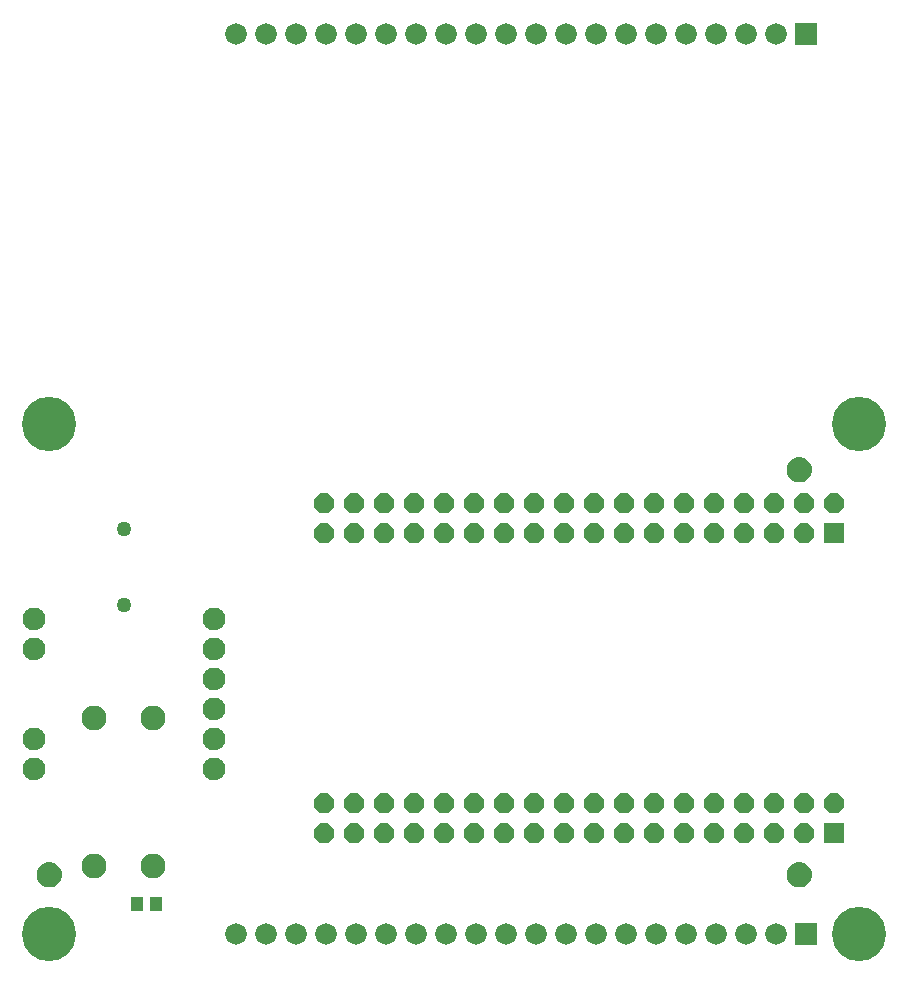
<source format=gbr>
G04 EAGLE Gerber RS-274X export*
G75*
%MOMM*%
%FSLAX34Y34*%
%LPD*%
%INSoldermask Top*%
%IPPOS*%
%AMOC8*
5,1,8,0,0,1.08239X$1,22.5*%
G01*
%ADD10R,1.676400X1.676400*%
%ADD11P,1.814519X8X202.500000*%
%ADD12C,1.272400*%
%ADD13C,2.112400*%
%ADD14R,1.102359X1.183641*%
%ADD15C,4.597400*%
%ADD16C,0.609600*%
%ADD17C,1.168400*%
%ADD18R,1.828800X1.828800*%
%ADD19C,1.828800*%
%ADD20C,1.930400*%


D10*
X702900Y124200D03*
D11*
X702900Y149600D03*
X677500Y124200D03*
X677500Y149600D03*
X652100Y124200D03*
X652100Y149600D03*
X626700Y124200D03*
X626700Y149600D03*
X601300Y124200D03*
X601300Y149600D03*
X575900Y124200D03*
X575900Y149600D03*
X550500Y124200D03*
X550500Y149600D03*
X525100Y124200D03*
X525100Y149600D03*
X499700Y124200D03*
X499700Y149600D03*
X474300Y124200D03*
X474300Y149600D03*
X448900Y124200D03*
X448900Y149600D03*
X423500Y124200D03*
X423500Y149600D03*
X398100Y124200D03*
X398100Y149600D03*
X372700Y124200D03*
X372700Y149600D03*
X347300Y124200D03*
X347300Y149600D03*
X321900Y124200D03*
X321900Y149600D03*
X296500Y124200D03*
X296500Y149600D03*
X271100Y124200D03*
X271100Y149600D03*
D10*
X702900Y378200D03*
D11*
X702900Y403600D03*
X677500Y378200D03*
X677500Y403600D03*
X652100Y378200D03*
X652100Y403600D03*
X626700Y378200D03*
X626700Y403600D03*
X601300Y378200D03*
X601300Y403600D03*
X575900Y378200D03*
X575900Y403600D03*
X550500Y378200D03*
X550500Y403600D03*
X525100Y378200D03*
X525100Y403600D03*
X499700Y378200D03*
X499700Y403600D03*
X474300Y378200D03*
X474300Y403600D03*
X448900Y378200D03*
X448900Y403600D03*
X423500Y378200D03*
X423500Y403600D03*
X398100Y378200D03*
X398100Y403600D03*
X372700Y378200D03*
X372700Y403600D03*
X347300Y378200D03*
X347300Y403600D03*
X321900Y378200D03*
X321900Y403600D03*
X296500Y378200D03*
X296500Y403600D03*
X271100Y378200D03*
X271100Y403600D03*
D12*
X101600Y381750D03*
X101600Y316750D03*
D13*
X126600Y96250D03*
X76600Y96250D03*
X76600Y221250D03*
X126600Y221250D03*
D14*
X128651Y63500D03*
X112649Y63500D03*
D15*
X38100Y469900D03*
X723900Y469900D03*
X723900Y38100D03*
X38100Y38100D03*
D16*
X665480Y431800D02*
X665482Y431987D01*
X665489Y432174D01*
X665501Y432361D01*
X665517Y432547D01*
X665537Y432733D01*
X665562Y432918D01*
X665592Y433103D01*
X665626Y433287D01*
X665665Y433470D01*
X665708Y433652D01*
X665756Y433832D01*
X665808Y434012D01*
X665865Y434190D01*
X665925Y434367D01*
X665991Y434542D01*
X666060Y434716D01*
X666134Y434888D01*
X666212Y435058D01*
X666294Y435226D01*
X666380Y435392D01*
X666470Y435556D01*
X666564Y435717D01*
X666662Y435877D01*
X666764Y436033D01*
X666870Y436188D01*
X666980Y436339D01*
X667093Y436488D01*
X667210Y436634D01*
X667330Y436777D01*
X667454Y436917D01*
X667581Y437054D01*
X667712Y437188D01*
X667846Y437319D01*
X667983Y437446D01*
X668123Y437570D01*
X668266Y437690D01*
X668412Y437807D01*
X668561Y437920D01*
X668712Y438030D01*
X668867Y438136D01*
X669023Y438238D01*
X669183Y438336D01*
X669344Y438430D01*
X669508Y438520D01*
X669674Y438606D01*
X669842Y438688D01*
X670012Y438766D01*
X670184Y438840D01*
X670358Y438909D01*
X670533Y438975D01*
X670710Y439035D01*
X670888Y439092D01*
X671068Y439144D01*
X671248Y439192D01*
X671430Y439235D01*
X671613Y439274D01*
X671797Y439308D01*
X671982Y439338D01*
X672167Y439363D01*
X672353Y439383D01*
X672539Y439399D01*
X672726Y439411D01*
X672913Y439418D01*
X673100Y439420D01*
X673287Y439418D01*
X673474Y439411D01*
X673661Y439399D01*
X673847Y439383D01*
X674033Y439363D01*
X674218Y439338D01*
X674403Y439308D01*
X674587Y439274D01*
X674770Y439235D01*
X674952Y439192D01*
X675132Y439144D01*
X675312Y439092D01*
X675490Y439035D01*
X675667Y438975D01*
X675842Y438909D01*
X676016Y438840D01*
X676188Y438766D01*
X676358Y438688D01*
X676526Y438606D01*
X676692Y438520D01*
X676856Y438430D01*
X677017Y438336D01*
X677177Y438238D01*
X677333Y438136D01*
X677488Y438030D01*
X677639Y437920D01*
X677788Y437807D01*
X677934Y437690D01*
X678077Y437570D01*
X678217Y437446D01*
X678354Y437319D01*
X678488Y437188D01*
X678619Y437054D01*
X678746Y436917D01*
X678870Y436777D01*
X678990Y436634D01*
X679107Y436488D01*
X679220Y436339D01*
X679330Y436188D01*
X679436Y436033D01*
X679538Y435877D01*
X679636Y435717D01*
X679730Y435556D01*
X679820Y435392D01*
X679906Y435226D01*
X679988Y435058D01*
X680066Y434888D01*
X680140Y434716D01*
X680209Y434542D01*
X680275Y434367D01*
X680335Y434190D01*
X680392Y434012D01*
X680444Y433832D01*
X680492Y433652D01*
X680535Y433470D01*
X680574Y433287D01*
X680608Y433103D01*
X680638Y432918D01*
X680663Y432733D01*
X680683Y432547D01*
X680699Y432361D01*
X680711Y432174D01*
X680718Y431987D01*
X680720Y431800D01*
X680718Y431613D01*
X680711Y431426D01*
X680699Y431239D01*
X680683Y431053D01*
X680663Y430867D01*
X680638Y430682D01*
X680608Y430497D01*
X680574Y430313D01*
X680535Y430130D01*
X680492Y429948D01*
X680444Y429768D01*
X680392Y429588D01*
X680335Y429410D01*
X680275Y429233D01*
X680209Y429058D01*
X680140Y428884D01*
X680066Y428712D01*
X679988Y428542D01*
X679906Y428374D01*
X679820Y428208D01*
X679730Y428044D01*
X679636Y427883D01*
X679538Y427723D01*
X679436Y427567D01*
X679330Y427412D01*
X679220Y427261D01*
X679107Y427112D01*
X678990Y426966D01*
X678870Y426823D01*
X678746Y426683D01*
X678619Y426546D01*
X678488Y426412D01*
X678354Y426281D01*
X678217Y426154D01*
X678077Y426030D01*
X677934Y425910D01*
X677788Y425793D01*
X677639Y425680D01*
X677488Y425570D01*
X677333Y425464D01*
X677177Y425362D01*
X677017Y425264D01*
X676856Y425170D01*
X676692Y425080D01*
X676526Y424994D01*
X676358Y424912D01*
X676188Y424834D01*
X676016Y424760D01*
X675842Y424691D01*
X675667Y424625D01*
X675490Y424565D01*
X675312Y424508D01*
X675132Y424456D01*
X674952Y424408D01*
X674770Y424365D01*
X674587Y424326D01*
X674403Y424292D01*
X674218Y424262D01*
X674033Y424237D01*
X673847Y424217D01*
X673661Y424201D01*
X673474Y424189D01*
X673287Y424182D01*
X673100Y424180D01*
X672913Y424182D01*
X672726Y424189D01*
X672539Y424201D01*
X672353Y424217D01*
X672167Y424237D01*
X671982Y424262D01*
X671797Y424292D01*
X671613Y424326D01*
X671430Y424365D01*
X671248Y424408D01*
X671068Y424456D01*
X670888Y424508D01*
X670710Y424565D01*
X670533Y424625D01*
X670358Y424691D01*
X670184Y424760D01*
X670012Y424834D01*
X669842Y424912D01*
X669674Y424994D01*
X669508Y425080D01*
X669344Y425170D01*
X669183Y425264D01*
X669023Y425362D01*
X668867Y425464D01*
X668712Y425570D01*
X668561Y425680D01*
X668412Y425793D01*
X668266Y425910D01*
X668123Y426030D01*
X667983Y426154D01*
X667846Y426281D01*
X667712Y426412D01*
X667581Y426546D01*
X667454Y426683D01*
X667330Y426823D01*
X667210Y426966D01*
X667093Y427112D01*
X666980Y427261D01*
X666870Y427412D01*
X666764Y427567D01*
X666662Y427723D01*
X666564Y427883D01*
X666470Y428044D01*
X666380Y428208D01*
X666294Y428374D01*
X666212Y428542D01*
X666134Y428712D01*
X666060Y428884D01*
X665991Y429058D01*
X665925Y429233D01*
X665865Y429410D01*
X665808Y429588D01*
X665756Y429768D01*
X665708Y429948D01*
X665665Y430130D01*
X665626Y430313D01*
X665592Y430497D01*
X665562Y430682D01*
X665537Y430867D01*
X665517Y431053D01*
X665501Y431239D01*
X665489Y431426D01*
X665482Y431613D01*
X665480Y431800D01*
D17*
X673100Y431800D03*
D16*
X665480Y88900D02*
X665482Y89087D01*
X665489Y89274D01*
X665501Y89461D01*
X665517Y89647D01*
X665537Y89833D01*
X665562Y90018D01*
X665592Y90203D01*
X665626Y90387D01*
X665665Y90570D01*
X665708Y90752D01*
X665756Y90932D01*
X665808Y91112D01*
X665865Y91290D01*
X665925Y91467D01*
X665991Y91642D01*
X666060Y91816D01*
X666134Y91988D01*
X666212Y92158D01*
X666294Y92326D01*
X666380Y92492D01*
X666470Y92656D01*
X666564Y92817D01*
X666662Y92977D01*
X666764Y93133D01*
X666870Y93288D01*
X666980Y93439D01*
X667093Y93588D01*
X667210Y93734D01*
X667330Y93877D01*
X667454Y94017D01*
X667581Y94154D01*
X667712Y94288D01*
X667846Y94419D01*
X667983Y94546D01*
X668123Y94670D01*
X668266Y94790D01*
X668412Y94907D01*
X668561Y95020D01*
X668712Y95130D01*
X668867Y95236D01*
X669023Y95338D01*
X669183Y95436D01*
X669344Y95530D01*
X669508Y95620D01*
X669674Y95706D01*
X669842Y95788D01*
X670012Y95866D01*
X670184Y95940D01*
X670358Y96009D01*
X670533Y96075D01*
X670710Y96135D01*
X670888Y96192D01*
X671068Y96244D01*
X671248Y96292D01*
X671430Y96335D01*
X671613Y96374D01*
X671797Y96408D01*
X671982Y96438D01*
X672167Y96463D01*
X672353Y96483D01*
X672539Y96499D01*
X672726Y96511D01*
X672913Y96518D01*
X673100Y96520D01*
X673287Y96518D01*
X673474Y96511D01*
X673661Y96499D01*
X673847Y96483D01*
X674033Y96463D01*
X674218Y96438D01*
X674403Y96408D01*
X674587Y96374D01*
X674770Y96335D01*
X674952Y96292D01*
X675132Y96244D01*
X675312Y96192D01*
X675490Y96135D01*
X675667Y96075D01*
X675842Y96009D01*
X676016Y95940D01*
X676188Y95866D01*
X676358Y95788D01*
X676526Y95706D01*
X676692Y95620D01*
X676856Y95530D01*
X677017Y95436D01*
X677177Y95338D01*
X677333Y95236D01*
X677488Y95130D01*
X677639Y95020D01*
X677788Y94907D01*
X677934Y94790D01*
X678077Y94670D01*
X678217Y94546D01*
X678354Y94419D01*
X678488Y94288D01*
X678619Y94154D01*
X678746Y94017D01*
X678870Y93877D01*
X678990Y93734D01*
X679107Y93588D01*
X679220Y93439D01*
X679330Y93288D01*
X679436Y93133D01*
X679538Y92977D01*
X679636Y92817D01*
X679730Y92656D01*
X679820Y92492D01*
X679906Y92326D01*
X679988Y92158D01*
X680066Y91988D01*
X680140Y91816D01*
X680209Y91642D01*
X680275Y91467D01*
X680335Y91290D01*
X680392Y91112D01*
X680444Y90932D01*
X680492Y90752D01*
X680535Y90570D01*
X680574Y90387D01*
X680608Y90203D01*
X680638Y90018D01*
X680663Y89833D01*
X680683Y89647D01*
X680699Y89461D01*
X680711Y89274D01*
X680718Y89087D01*
X680720Y88900D01*
X680718Y88713D01*
X680711Y88526D01*
X680699Y88339D01*
X680683Y88153D01*
X680663Y87967D01*
X680638Y87782D01*
X680608Y87597D01*
X680574Y87413D01*
X680535Y87230D01*
X680492Y87048D01*
X680444Y86868D01*
X680392Y86688D01*
X680335Y86510D01*
X680275Y86333D01*
X680209Y86158D01*
X680140Y85984D01*
X680066Y85812D01*
X679988Y85642D01*
X679906Y85474D01*
X679820Y85308D01*
X679730Y85144D01*
X679636Y84983D01*
X679538Y84823D01*
X679436Y84667D01*
X679330Y84512D01*
X679220Y84361D01*
X679107Y84212D01*
X678990Y84066D01*
X678870Y83923D01*
X678746Y83783D01*
X678619Y83646D01*
X678488Y83512D01*
X678354Y83381D01*
X678217Y83254D01*
X678077Y83130D01*
X677934Y83010D01*
X677788Y82893D01*
X677639Y82780D01*
X677488Y82670D01*
X677333Y82564D01*
X677177Y82462D01*
X677017Y82364D01*
X676856Y82270D01*
X676692Y82180D01*
X676526Y82094D01*
X676358Y82012D01*
X676188Y81934D01*
X676016Y81860D01*
X675842Y81791D01*
X675667Y81725D01*
X675490Y81665D01*
X675312Y81608D01*
X675132Y81556D01*
X674952Y81508D01*
X674770Y81465D01*
X674587Y81426D01*
X674403Y81392D01*
X674218Y81362D01*
X674033Y81337D01*
X673847Y81317D01*
X673661Y81301D01*
X673474Y81289D01*
X673287Y81282D01*
X673100Y81280D01*
X672913Y81282D01*
X672726Y81289D01*
X672539Y81301D01*
X672353Y81317D01*
X672167Y81337D01*
X671982Y81362D01*
X671797Y81392D01*
X671613Y81426D01*
X671430Y81465D01*
X671248Y81508D01*
X671068Y81556D01*
X670888Y81608D01*
X670710Y81665D01*
X670533Y81725D01*
X670358Y81791D01*
X670184Y81860D01*
X670012Y81934D01*
X669842Y82012D01*
X669674Y82094D01*
X669508Y82180D01*
X669344Y82270D01*
X669183Y82364D01*
X669023Y82462D01*
X668867Y82564D01*
X668712Y82670D01*
X668561Y82780D01*
X668412Y82893D01*
X668266Y83010D01*
X668123Y83130D01*
X667983Y83254D01*
X667846Y83381D01*
X667712Y83512D01*
X667581Y83646D01*
X667454Y83783D01*
X667330Y83923D01*
X667210Y84066D01*
X667093Y84212D01*
X666980Y84361D01*
X666870Y84512D01*
X666764Y84667D01*
X666662Y84823D01*
X666564Y84983D01*
X666470Y85144D01*
X666380Y85308D01*
X666294Y85474D01*
X666212Y85642D01*
X666134Y85812D01*
X666060Y85984D01*
X665991Y86158D01*
X665925Y86333D01*
X665865Y86510D01*
X665808Y86688D01*
X665756Y86868D01*
X665708Y87048D01*
X665665Y87230D01*
X665626Y87413D01*
X665592Y87597D01*
X665562Y87782D01*
X665537Y87967D01*
X665517Y88153D01*
X665501Y88339D01*
X665489Y88526D01*
X665482Y88713D01*
X665480Y88900D01*
D17*
X673100Y88900D03*
D16*
X30480Y88900D02*
X30482Y89087D01*
X30489Y89274D01*
X30501Y89461D01*
X30517Y89647D01*
X30537Y89833D01*
X30562Y90018D01*
X30592Y90203D01*
X30626Y90387D01*
X30665Y90570D01*
X30708Y90752D01*
X30756Y90932D01*
X30808Y91112D01*
X30865Y91290D01*
X30925Y91467D01*
X30991Y91642D01*
X31060Y91816D01*
X31134Y91988D01*
X31212Y92158D01*
X31294Y92326D01*
X31380Y92492D01*
X31470Y92656D01*
X31564Y92817D01*
X31662Y92977D01*
X31764Y93133D01*
X31870Y93288D01*
X31980Y93439D01*
X32093Y93588D01*
X32210Y93734D01*
X32330Y93877D01*
X32454Y94017D01*
X32581Y94154D01*
X32712Y94288D01*
X32846Y94419D01*
X32983Y94546D01*
X33123Y94670D01*
X33266Y94790D01*
X33412Y94907D01*
X33561Y95020D01*
X33712Y95130D01*
X33867Y95236D01*
X34023Y95338D01*
X34183Y95436D01*
X34344Y95530D01*
X34508Y95620D01*
X34674Y95706D01*
X34842Y95788D01*
X35012Y95866D01*
X35184Y95940D01*
X35358Y96009D01*
X35533Y96075D01*
X35710Y96135D01*
X35888Y96192D01*
X36068Y96244D01*
X36248Y96292D01*
X36430Y96335D01*
X36613Y96374D01*
X36797Y96408D01*
X36982Y96438D01*
X37167Y96463D01*
X37353Y96483D01*
X37539Y96499D01*
X37726Y96511D01*
X37913Y96518D01*
X38100Y96520D01*
X38287Y96518D01*
X38474Y96511D01*
X38661Y96499D01*
X38847Y96483D01*
X39033Y96463D01*
X39218Y96438D01*
X39403Y96408D01*
X39587Y96374D01*
X39770Y96335D01*
X39952Y96292D01*
X40132Y96244D01*
X40312Y96192D01*
X40490Y96135D01*
X40667Y96075D01*
X40842Y96009D01*
X41016Y95940D01*
X41188Y95866D01*
X41358Y95788D01*
X41526Y95706D01*
X41692Y95620D01*
X41856Y95530D01*
X42017Y95436D01*
X42177Y95338D01*
X42333Y95236D01*
X42488Y95130D01*
X42639Y95020D01*
X42788Y94907D01*
X42934Y94790D01*
X43077Y94670D01*
X43217Y94546D01*
X43354Y94419D01*
X43488Y94288D01*
X43619Y94154D01*
X43746Y94017D01*
X43870Y93877D01*
X43990Y93734D01*
X44107Y93588D01*
X44220Y93439D01*
X44330Y93288D01*
X44436Y93133D01*
X44538Y92977D01*
X44636Y92817D01*
X44730Y92656D01*
X44820Y92492D01*
X44906Y92326D01*
X44988Y92158D01*
X45066Y91988D01*
X45140Y91816D01*
X45209Y91642D01*
X45275Y91467D01*
X45335Y91290D01*
X45392Y91112D01*
X45444Y90932D01*
X45492Y90752D01*
X45535Y90570D01*
X45574Y90387D01*
X45608Y90203D01*
X45638Y90018D01*
X45663Y89833D01*
X45683Y89647D01*
X45699Y89461D01*
X45711Y89274D01*
X45718Y89087D01*
X45720Y88900D01*
X45718Y88713D01*
X45711Y88526D01*
X45699Y88339D01*
X45683Y88153D01*
X45663Y87967D01*
X45638Y87782D01*
X45608Y87597D01*
X45574Y87413D01*
X45535Y87230D01*
X45492Y87048D01*
X45444Y86868D01*
X45392Y86688D01*
X45335Y86510D01*
X45275Y86333D01*
X45209Y86158D01*
X45140Y85984D01*
X45066Y85812D01*
X44988Y85642D01*
X44906Y85474D01*
X44820Y85308D01*
X44730Y85144D01*
X44636Y84983D01*
X44538Y84823D01*
X44436Y84667D01*
X44330Y84512D01*
X44220Y84361D01*
X44107Y84212D01*
X43990Y84066D01*
X43870Y83923D01*
X43746Y83783D01*
X43619Y83646D01*
X43488Y83512D01*
X43354Y83381D01*
X43217Y83254D01*
X43077Y83130D01*
X42934Y83010D01*
X42788Y82893D01*
X42639Y82780D01*
X42488Y82670D01*
X42333Y82564D01*
X42177Y82462D01*
X42017Y82364D01*
X41856Y82270D01*
X41692Y82180D01*
X41526Y82094D01*
X41358Y82012D01*
X41188Y81934D01*
X41016Y81860D01*
X40842Y81791D01*
X40667Y81725D01*
X40490Y81665D01*
X40312Y81608D01*
X40132Y81556D01*
X39952Y81508D01*
X39770Y81465D01*
X39587Y81426D01*
X39403Y81392D01*
X39218Y81362D01*
X39033Y81337D01*
X38847Y81317D01*
X38661Y81301D01*
X38474Y81289D01*
X38287Y81282D01*
X38100Y81280D01*
X37913Y81282D01*
X37726Y81289D01*
X37539Y81301D01*
X37353Y81317D01*
X37167Y81337D01*
X36982Y81362D01*
X36797Y81392D01*
X36613Y81426D01*
X36430Y81465D01*
X36248Y81508D01*
X36068Y81556D01*
X35888Y81608D01*
X35710Y81665D01*
X35533Y81725D01*
X35358Y81791D01*
X35184Y81860D01*
X35012Y81934D01*
X34842Y82012D01*
X34674Y82094D01*
X34508Y82180D01*
X34344Y82270D01*
X34183Y82364D01*
X34023Y82462D01*
X33867Y82564D01*
X33712Y82670D01*
X33561Y82780D01*
X33412Y82893D01*
X33266Y83010D01*
X33123Y83130D01*
X32983Y83254D01*
X32846Y83381D01*
X32712Y83512D01*
X32581Y83646D01*
X32454Y83783D01*
X32330Y83923D01*
X32210Y84066D01*
X32093Y84212D01*
X31980Y84361D01*
X31870Y84512D01*
X31764Y84667D01*
X31662Y84823D01*
X31564Y84983D01*
X31470Y85144D01*
X31380Y85308D01*
X31294Y85474D01*
X31212Y85642D01*
X31134Y85812D01*
X31060Y85984D01*
X30991Y86158D01*
X30925Y86333D01*
X30865Y86510D01*
X30808Y86688D01*
X30756Y86868D01*
X30708Y87048D01*
X30665Y87230D01*
X30626Y87413D01*
X30592Y87597D01*
X30562Y87782D01*
X30537Y87967D01*
X30517Y88153D01*
X30501Y88339D01*
X30489Y88526D01*
X30482Y88713D01*
X30480Y88900D01*
D17*
X38100Y88900D03*
D18*
X679450Y800100D03*
D19*
X654050Y800100D03*
X628650Y800100D03*
X603250Y800100D03*
X577850Y800100D03*
X552450Y800100D03*
X527050Y800100D03*
X501650Y800100D03*
X476250Y800100D03*
X450850Y800100D03*
X425450Y800100D03*
X400050Y800100D03*
X374650Y800100D03*
X349250Y800100D03*
X323850Y800100D03*
X298450Y800100D03*
X273050Y800100D03*
X247650Y800100D03*
X222250Y800100D03*
X196850Y800100D03*
D18*
X679450Y38100D03*
D19*
X654050Y38100D03*
X628650Y38100D03*
X603250Y38100D03*
X577850Y38100D03*
X552450Y38100D03*
X527050Y38100D03*
X501650Y38100D03*
X476250Y38100D03*
X450850Y38100D03*
X425450Y38100D03*
X400050Y38100D03*
X374650Y38100D03*
X349250Y38100D03*
X323850Y38100D03*
X298450Y38100D03*
X273050Y38100D03*
X247650Y38100D03*
X222250Y38100D03*
X196850Y38100D03*
D20*
X177800Y304800D03*
X177800Y279400D03*
X177800Y254000D03*
X177800Y228600D03*
X177800Y203200D03*
X177800Y177800D03*
X25400Y177800D03*
X25400Y203200D03*
X25400Y304800D03*
X25400Y279400D03*
M02*

</source>
